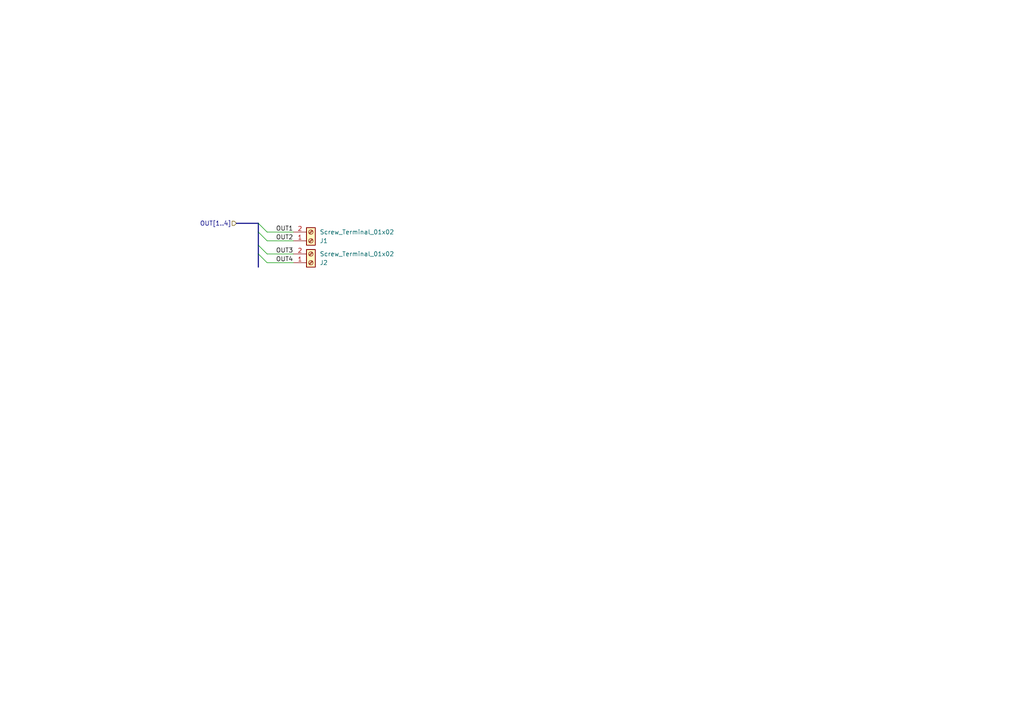
<source format=kicad_sch>
(kicad_sch (version 20231120) (generator "eeschema") (generator_version "8.0")
  (paper "A4")
  (lib_symbols
    (symbol "Connector:Screw_Terminal_01x02" (pin_names (offset 1.016) hide)
      (property "Reference" "J" (at 0 2.54 0))
      (property "Value" "Screw_Terminal_01x02" (at 0 -5.08 0))
      (symbol "Screw_Terminal_01x02_1_1"
        (rectangle (start -1.27 1.27) (end 1.27 -3.81) (stroke (width 0.254)) (fill (type background)))
        (circle (center 0 -2.54) (radius 0.635) (stroke (width 0.1524)))
        (polyline (pts (xy -0.5334 -2.2098) (xy 0.3302 -3.048)) (stroke (width 0.1524)))
        (polyline (pts (xy -0.5334 0.3302) (xy 0.3302 -0.508)) (stroke (width 0.1524)))
        (polyline (pts (xy -0.3556 -2.032) (xy 0.508 -2.8702)) (stroke (width 0.1524)))
        (polyline (pts (xy -0.3556 0.508) (xy 0.508 -0.3302)) (stroke (width 0.1524)))
        (circle (center 0 0) (radius 0.635) (stroke (width 0.1524)))
        (pin passive line (at -5.08 0 0) (length 3.81) (name "Pin_1") (number "1"))
        (pin passive line (at -5.08 -2.54 0) (length 3.81) (name "Pin_2") (number "2"))
      )
    )
  )
  (bus_entry (at 74.93 73.66) (size 2.54 2.54))
  (bus_entry (at 74.93 71.12) (size 2.54 2.54))
  (bus_entry (at 74.93 67.31) (size 2.54 2.54))
  (bus_entry (at 74.93 64.77) (size 2.54 2.54))
  (wire (pts (xy 77.47 76.2) (xy 85.09 76.2)))
  (bus (pts (xy 74.93 71.12) (xy 74.93 73.66)))
  (bus (pts (xy 74.93 67.31) (xy 74.93 71.12)))
  (bus (pts (xy 74.93 73.66) (xy 74.93 77.47)))
  (wire (pts (xy 77.47 73.66) (xy 85.09 73.66)))
  (bus (pts (xy 68.58 64.77) (xy 74.93 64.77)))
  (wire (pts (xy 77.47 67.31) (xy 85.09 67.31)))
  (wire (pts (xy 77.47 69.85) (xy 85.09 69.85)))
  (bus (pts (xy 74.93 64.77) (xy 74.93 67.31)))
  (label "OUT4" (at 80.01 76.2 0))
  (label "OUT3" (at 80.01 73.66 0))
  (label "OUT1" (at 80.01 67.31 0))
  (label "OUT2" (at 80.01 69.85 0))
  (hierarchical_label "OUT[1..4]" (shape input) (at 68.58 64.77 180))
  (symbol (lib_id "Connector:Screw_Terminal_01x02") (at 90.17 69.85 0) (mirror x) (unit 1)
    (property "Reference" "J1" (at 92.71 69.8501 0) (effects (justify left)))
    (property "Value" "Screw_Terminal_01x02" (at 92.71 67.3101 0) (effects (justify left)))
    (property "Footprint" "easyeda2kicad:CONN-TH_P5.08_KF128-5.08-2P" (effects (hide yes)))
    (property "Description" "Generic screw terminal, single row, 01x02, script generated (kicad-library-utils/schlib/autogen/connector/)" (effects (hide yes)))
    (property "LCSC" "C474952" (effects (hide yes)))
    (property "LCSC Part" "C474952" (effects (hide yes)))
    (property "LCSC Part Number" "C474952" (effects (hide yes)))
    (instances (project "DRV-Tester" (path "" (reference "J1") (unit 1)) (path "" (reference "J3") (unit 1)) (path "" (reference "J5") (unit 1))))
  )
  (symbol (lib_id "Connector:Screw_Terminal_01x02") (at 90.17 76.2 0) (mirror x) (unit 1)
    (property "Reference" "J2" (at 92.71 76.2001 0) (effects (justify left)))
    (property "Value" "Screw_Terminal_01x02" (at 92.71 73.6601 0) (effects (justify left)))
    (property "Footprint" "easyeda2kicad:CONN-TH_P5.08_KF128-5.08-2P" (effects (hide yes)))
    (property "Description" "Generic screw terminal, single row, 01x02, script generated (kicad-library-utils/schlib/autogen/connector/)" (effects (hide yes)))
    (property "LCSC" "C474952" (effects (hide yes)))
    (property "LCSC Part" "C474952" (effects (hide yes)))
    (property "LCSC Part Number" "C474952" (effects (hide yes)))
    (instances (project "DRV-Tester" (path "" (reference "J2") (unit 1)) (path "" (reference "J4") (unit 1)) (path "" (reference "J6") (unit 1))))
  )
)
</source>
